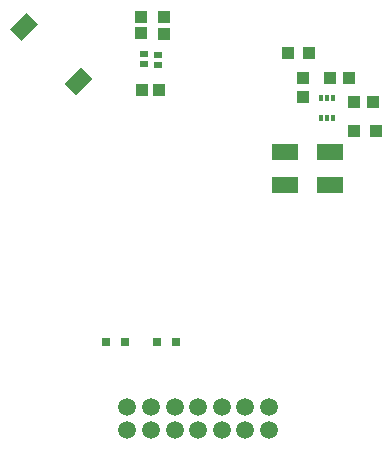
<source format=gtp>
G04 #@! TF.GenerationSoftware,KiCad,Pcbnew,5.1.5-52549c5~84~ubuntu18.04.1*
G04 #@! TF.CreationDate,2020-02-21T12:35:27+02:00*
G04 #@! TF.ProjectId,Touch_Switch_1ch,546f7563-685f-4537-9769-7463685f3163,rev?*
G04 #@! TF.SameCoordinates,Original*
G04 #@! TF.FileFunction,Paste,Top*
G04 #@! TF.FilePolarity,Positive*
%FSLAX46Y46*%
G04 Gerber Fmt 4.6, Leading zero omitted, Abs format (unit mm)*
G04 Created by KiCad (PCBNEW 5.1.5-52549c5~84~ubuntu18.04.1) date 2020-02-21 12:35:27*
%MOMM*%
%LPD*%
G04 APERTURE LIST*
%ADD10C,1.500000*%
%ADD11C,0.100000*%
%ADD12R,1.100000X1.000000*%
%ADD13R,1.000000X1.100000*%
%ADD14R,0.300000X0.500000*%
%ADD15R,2.261000X1.448000*%
%ADD16R,0.800000X0.800000*%
%ADD17R,0.650000X0.600000*%
G04 APERTURE END LIST*
D10*
X95918000Y-71992000D03*
X95918000Y-69992000D03*
X97918000Y-71992000D03*
X97918000Y-69992000D03*
X99918000Y-71992000D03*
X99918000Y-69992000D03*
X101918000Y-71992000D03*
X101918000Y-69992000D03*
X103918000Y-71992000D03*
X103918000Y-69992000D03*
X93918000Y-71942000D03*
X93918000Y-69992000D03*
X91918000Y-71992000D03*
X91918000Y-69992000D03*
D11*
G36*
X87556965Y-43632179D02*
G01*
X86567015Y-42642229D01*
X87981229Y-41228015D01*
X88971179Y-42217965D01*
X87556965Y-43632179D01*
G37*
G36*
X82960771Y-39035985D02*
G01*
X81970821Y-38046035D01*
X83385035Y-36631821D01*
X84374985Y-37621771D01*
X82960771Y-39035985D01*
G37*
D12*
X106808000Y-42141000D03*
X106808000Y-43741000D03*
D13*
X111113000Y-44196000D03*
X112713000Y-44196000D03*
X109094000Y-42164000D03*
X110694000Y-42164000D03*
D14*
X108839000Y-45554000D03*
X108839000Y-43854000D03*
X108331000Y-43854000D03*
X109347000Y-43854000D03*
X108331000Y-45554000D03*
X109347000Y-45554000D03*
D12*
X93091000Y-36954000D03*
X93091000Y-38354000D03*
X94996000Y-37019000D03*
X94996000Y-38419000D03*
D13*
X94553000Y-43180000D03*
X93153000Y-43180000D03*
X107315000Y-40005000D03*
X105515000Y-40005000D03*
D15*
X109067000Y-51181000D03*
X105283000Y-51181000D03*
X105283000Y-48387000D03*
X109067000Y-48387000D03*
D16*
X94450000Y-64516000D03*
X96050000Y-64516000D03*
X90132000Y-64516000D03*
X91732000Y-64516000D03*
D17*
X93345000Y-40132000D03*
X93345000Y-40980000D03*
X94488000Y-40173000D03*
X94488000Y-41021000D03*
D13*
X111125000Y-46609000D03*
X112925000Y-46609000D03*
M02*

</source>
